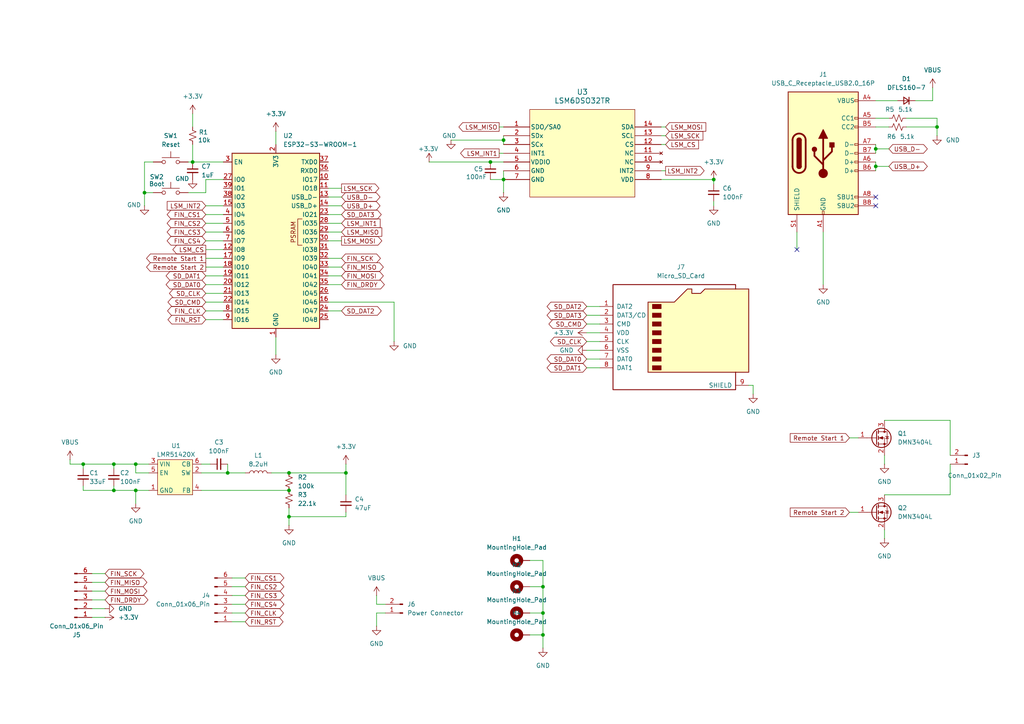
<source format=kicad_sch>
(kicad_sch (version 20250114) (generator "eeschema") (generator_version "9.0")
  (paper "A4")
  (lib_symbols
    (symbol "Connector:Conn_01x02_Pin" (pin_names (offset 1.016) (hide yes))
      (property "Reference" "J" (at 0 2.54 0))
      (property "Value" "Conn_01x02_Pin" (at 0 -5.08 0))
      (symbol "Conn_01x02_Pin_1_1"
        (rectangle (start 0.8636 0.127) (end 0 -0.127) (stroke (width 0.1524)) (fill (type outline)))
        (rectangle (start 0.8636 -2.413) (end 0 -2.667) (stroke (width 0.1524)) (fill (type outline)))
        (polyline (pts (xy 1.27 0) (xy 0.8636 0)) (stroke (width 0.1524)))
        (polyline (pts (xy 1.27 -2.54) (xy 0.8636 -2.54)) (stroke (width 0.1524)))
        (pin passive line (at 5.08 0 180) (length 3.81) (name "Pin_1") (number "1"))
        (pin passive line (at 5.08 -2.54 180) (length 3.81) (name "Pin_2") (number "2"))
      )
    )
    (symbol "Connector:Conn_01x06_Pin" (pin_names (offset 1.016) (hide yes))
      (property "Reference" "J" (at 0 7.62 0))
      (property "Value" "Conn_01x06_Pin" (at 0 -10.16 0))
      (symbol "Conn_01x06_Pin_1_1"
        (rectangle (start 0.8636 5.207) (end 0 4.953) (stroke (width 0.1524)) (fill (type outline)))
        (rectangle (start 0.8636 2.667) (end 0 2.413) (stroke (width 0.1524)) (fill (type outline)))
        (rectangle (start 0.8636 0.127) (end 0 -0.127) (stroke (width 0.1524)) (fill (type outline)))
        (rectangle (start 0.8636 -2.413) (end 0 -2.667) (stroke (width 0.1524)) (fill (type outline)))
        (rectangle (start 0.8636 -4.953) (end 0 -5.207) (stroke (width 0.1524)) (fill (type outline)))
        (rectangle (start 0.8636 -7.493) (end 0 -7.747) (stroke (width 0.1524)) (fill (type outline)))
        (polyline (pts (xy 1.27 5.08) (xy 0.8636 5.08)) (stroke (width 0.1524)))
        (polyline (pts (xy 1.27 2.54) (xy 0.8636 2.54)) (stroke (width 0.1524)))
        (polyline (pts (xy 1.27 0) (xy 0.8636 0)) (stroke (width 0.1524)))
        (polyline (pts (xy 1.27 -2.54) (xy 0.8636 -2.54)) (stroke (width 0.1524)))
        (polyline (pts (xy 1.27 -5.08) (xy 0.8636 -5.08)) (stroke (width 0.1524)))
        (polyline (pts (xy 1.27 -7.62) (xy 0.8636 -7.62)) (stroke (width 0.1524)))
        (pin passive line (at 5.08 5.08 180) (length 3.81) (name "Pin_1") (number "1"))
        (pin passive line (at 5.08 2.54 180) (length 3.81) (name "Pin_2") (number "2"))
        (pin passive line (at 5.08 0 180) (length 3.81) (name "Pin_3") (number "3"))
        (pin passive line (at 5.08 -2.54 180) (length 3.81) (name "Pin_4") (number "4"))
        (pin passive line (at 5.08 -5.08 180) (length 3.81) (name "Pin_5") (number "5"))
        (pin passive line (at 5.08 -7.62 180) (length 3.81) (name "Pin_6") (number "6"))
      )
    )
    (symbol "Connector:Micro_SD_Card" (pin_names (offset 1.016))
      (property "Reference" "J" (at -16.51 15.24 0))
      (property "Value" "Micro_SD_Card" (at 16.51 15.24 0))
      (symbol "Micro_SD_Card_0_1"
        (polyline (pts (xy -8.89 -11.43) (xy -8.89 8.89) (xy -1.27 8.89) (xy 2.54 12.7) (xy 3.81 12.7) (xy 3.81 11.43) (xy 6.35 11.43) (xy 7.62 12.7) (xy 20.32 12.7) (xy 20.32 -11.43) (xy -8.89 -11.43)) (stroke (width 0.254)) (fill (type background)))
        (rectangle (start -7.62 8.255) (end -5.08 6.985) (fill (type outline)))
        (rectangle (start -7.62 5.715) (end -5.08 4.445) (fill (type outline)))
        (rectangle (start -7.62 3.175) (end -5.08 1.905) (fill (type outline)))
        (rectangle (start -7.62 0.635) (end -5.08 -0.635) (fill (type outline)))
        (rectangle (start -7.62 -1.905) (end -5.08 -3.175) (fill (type outline)))
        (rectangle (start -7.62 -4.445) (end -5.08 -5.715) (fill (type outline)))
        (rectangle (start -7.62 -6.985) (end -5.08 -8.255) (fill (type outline)))
        (rectangle (start -7.62 -9.525) (end -5.08 -10.795) (fill (type outline)))
        (polyline (pts (xy 16.51 12.7) (xy 16.51 13.97) (xy -19.05 13.97) (xy -19.05 -16.51) (xy 16.51 -16.51) (xy 16.51 -11.43)) (stroke (width 0.254)))
      )
      (symbol "Micro_SD_Card_1_1"
        (pin bidirectional line (at -22.86 7.62 0) (length 3.81) (name "DAT2") (number "1"))
        (pin bidirectional line (at -22.86 5.08 0) (length 3.81) (name "DAT3/CD") (number "2"))
        (pin input line (at -22.86 2.54 0) (length 3.81) (name "CMD") (number "3"))
        (pin power_in line (at -22.86 0 0) (length 3.81) (name "VDD") (number "4"))
        (pin input line (at -22.86 -2.54 0) (length 3.81) (name "CLK") (number "5"))
        (pin power_in line (at -22.86 -5.08 0) (length 3.81) (name "VSS") (number "6"))
        (pin bidirectional line (at -22.86 -7.62 0) (length 3.81) (name "DAT0") (number "7"))
        (pin bidirectional line (at -22.86 -10.16 0) (length 3.81) (name "DAT1") (number "8"))
        (pin passive line (at 20.32 -15.24 180) (length 3.81) (name "SHIELD") (number "9"))
      )
    )
    (symbol "Connector:USB_C_Receptacle_USB2.0_16P" (pin_names (offset 1.016))
      (property "Reference" "J" (at 0 22.225 0))
      (property "Value" "USB_C_Receptacle_USB2.0_16P" (at 0 19.685 0))
      (symbol "USB_C_Receptacle_USB2.0_16P_0_0"
        (rectangle (start -0.254 -17.78) (end 0.254 -16.764))
        (rectangle (start 10.16 15.494) (end 9.144 14.986))
        (rectangle (start 10.16 10.414) (end 9.144 9.906))
        (rectangle (start 10.16 7.874) (end 9.144 7.366))
        (rectangle (start 10.16 2.794) (end 9.144 2.286))
        (rectangle (start 10.16 0.254) (end 9.144 -0.254))
        (rectangle (start 10.16 -2.286) (end 9.144 -2.794))
        (rectangle (start 10.16 -4.826) (end 9.144 -5.334))
        (rectangle (start 10.16 -12.446) (end 9.144 -12.954))
        (rectangle (start 10.16 -14.986) (end 9.144 -15.494))
      )
      (symbol "USB_C_Receptacle_USB2.0_16P_0_1"
        (rectangle (start -10.16 17.78) (end 10.16 -17.78) (stroke (width 0.254)) (fill (type background)))
        (polyline (pts (xy -8.89 -3.81) (xy -8.89 3.81)) (stroke (width 0.508)))
        (rectangle (start -7.62 -3.81) (end -6.35 3.81) (stroke (width 0.254)) (fill (type outline)))
        (arc (start -7.62 3.81) (mid -6.985 4.4423) (end -6.35 3.81) (stroke (width 0.254)))
        (arc (start -7.62 3.81) (mid -6.985 4.4423) (end -6.35 3.81) (stroke (width 0.254)) (fill (type outline)))
        (arc (start -8.89 3.81) (mid -6.985 5.7067) (end -5.08 3.81) (stroke (width 0.508)))
        (arc (start -5.08 -3.81) (mid -6.985 -5.7067) (end -8.89 -3.81) (stroke (width 0.508)))
        (arc (start -6.35 -3.81) (mid -6.985 -4.4423) (end -7.62 -3.81) (stroke (width 0.254)))
        (arc (start -6.35 -3.81) (mid -6.985 -4.4423) (end -7.62 -3.81) (stroke (width 0.254)) (fill (type outline)))
        (polyline (pts (xy -5.08 3.81) (xy -5.08 -3.81)) (stroke (width 0.508)))
        (circle (center -2.54 1.143) (radius 0.635) (stroke (width 0.254)) (fill (type outline)))
        (polyline (pts (xy -1.27 4.318) (xy 0 6.858) (xy 1.27 4.318) (xy -1.27 4.318)) (stroke (width 0.254)) (fill (type outline)))
        (polyline (pts (xy 0 -2.032) (xy 2.54 0.508) (xy 2.54 1.778)) (stroke (width 0.508)))
        (polyline (pts (xy 0 -3.302) (xy -2.54 -0.762) (xy -2.54 0.508)) (stroke (width 0.508)))
        (polyline (pts (xy 0 -5.842) (xy 0 4.318)) (stroke (width 0.508)))
        (circle (center 0 -5.842) (radius 1.27) (fill (type outline)))
        (rectangle (start 1.905 1.778) (end 3.175 3.048) (stroke (width 0.254)) (fill (type outline)))
      )
      (symbol "USB_C_Receptacle_USB2.0_16P_1_1"
        (pin passive line (at -7.62 -22.86 90) (length 5.08) (name "SHIELD") (number "S1"))
        (pin passive line (at 0 -22.86 90) (length 5.08) (name "GND") (number "A1"))
        (pin passive line (at 0 -22.86 90) (length 5.08) (hide yes) (name "GND") (number "A12"))
        (pin passive line (at 0 -22.86 90) (length 5.08) (hide yes) (name "GND") (number "B1"))
        (pin passive line (at 0 -22.86 90) (length 5.08) (hide yes) (name "GND") (number "B12"))
        (pin passive line (at 15.24 15.24 180) (length 5.08) (name "VBUS") (number "A4"))
        (pin passive line (at 15.24 15.24 180) (length 5.08) (hide yes) (name "VBUS") (number "A9"))
        (pin passive line (at 15.24 15.24 180) (length 5.08) (hide yes) (name "VBUS") (number "B4"))
        (pin passive line (at 15.24 15.24 180) (length 5.08) (hide yes) (name "VBUS") (number "B9"))
        (pin bidirectional line (at 15.24 10.16 180) (length 5.08) (name "CC1") (number "A5"))
        (pin bidirectional line (at 15.24 7.62 180) (length 5.08) (name "CC2") (number "B5"))
        (pin bidirectional line (at 15.24 2.54 180) (length 5.08) (name "D-") (number "A7"))
        (pin bidirectional line (at 15.24 0 180) (length 5.08) (name "D-") (number "B7"))
        (pin bidirectional line (at 15.24 -2.54 180) (length 5.08) (name "D+") (number "A6"))
        (pin bidirectional line (at 15.24 -5.08 180) (length 5.08) (name "D+") (number "B6"))
        (pin bidirectional line (at 15.24 -12.7 180) (length 5.08) (name "SBU1") (number "A8"))
        (pin bidirectional line (at 15.24 -15.24 180) (length 5.08) (name "SBU2") (number "B8"))
      )
    )
    (symbol "Device:C_Small" (pin_numbers (hide yes)) (pin_names (offset 0.254) (hide yes))
      (property "Reference" "C" (at 0.254 1.778 0))
      (property "Value" "C_Small" (at 0.254 -2.032 0))
      (symbol "C_Small_0_1"
        (polyline (pts (xy -1.524 0.508) (xy 1.524 0.508)) (stroke (width 0.3048)))
        (polyline (pts (xy -1.524 -0.508) (xy 1.524 -0.508)) (stroke (width 0.3302)))
      )
      (symbol "C_Small_1_1"
        (pin passive line (at 0 2.54 270) (length 2.032) (name "~") (number "1"))
        (pin passive line (at 0 -2.54 90) (length 2.032) (name "~") (number "2"))
      )
    )
    (symbol "Device:D_Small" (pin_numbers (hide yes)) (pin_names (offset 0.254) (hide yes))
      (property "Reference" "D" (at -1.27 2.032 0))
      (property "Value" "D_Small" (at -3.81 -2.032 0))
      (symbol "D_Small_0_1"
        (polyline (pts (xy -0.762 0) (xy 0.762 0)))
        (polyline (pts (xy -0.762 -1.016) (xy -0.762 1.016)) (stroke (width 0.254)))
        (polyline (pts (xy 0.762 -1.016) (xy -0.762 0) (xy 0.762 1.016) (xy 0.762 -1.016)) (stroke (width 0.254)))
      )
      (symbol "D_Small_1_1"
        (pin passive line (at -2.54 0 0) (length 1.778) (name "K") (number "1"))
        (pin passive line (at 2.54 0 180) (length 1.778) (name "A") (number "2"))
      )
    )
    (symbol "Device:L" (pin_numbers (hide yes)) (pin_names (offset 1.016) (hide yes))
      (property "Reference" "L" (at -1.27 0 90))
      (property "Value" "L" (at 1.905 0 90))
      (symbol "L_0_1"
        (arc (start 0 2.54) (mid 0.6323 1.905) (end 0 1.27))
        (arc (start 0 1.27) (mid 0.6323 0.635) (end 0 0))
        (arc (start 0 0) (mid 0.6323 -0.635) (end 0 -1.27))
        (arc (start 0 -1.27) (mid 0.6323 -1.905) (end 0 -2.54))
      )
      (symbol "L_1_1"
        (pin passive line (at 0 3.81 270) (length 1.27) (name "1") (number "1"))
        (pin passive line (at 0 -3.81 90) (length 1.27) (name "2") (number "2"))
      )
    )
    (symbol "Device:R_Small_US" (pin_numbers (hide yes)) (pin_names (offset 0.254) (hide yes))
      (property "Reference" "R" (at 0.762 0.508 0))
      (property "Value" "R_Small_US" (at 0.762 -1.016 0))
      (symbol "R_Small_US_1_1"
        (polyline (pts (xy 0 1.524) (xy 1.016 1.143) (xy 0 0.762) (xy -1.016 0.381) (xy 0 0)))
        (polyline (pts (xy 0 0) (xy 1.016 -0.381) (xy 0 -0.762) (xy -1.016 -1.143) (xy 0 -1.524)))
        (pin passive line (at 0 2.54 270) (length 1.016) (name "~") (number "1"))
        (pin passive line (at 0 -2.54 90) (length 1.016) (name "~") (number "2"))
      )
    )
    (symbol "Mechanical:MountingHole_Pad" (pin_numbers (hide yes)) (pin_names (offset 1.016) (hide yes)) (in_bom no)
      (property "Reference" "H" (at 0 6.35 0))
      (property "Value" "MountingHole_Pad" (at 0 4.445 0))
      (symbol "MountingHole_Pad_0_1"
        (circle (center 0 1.27) (radius 1.27) (stroke (width 1.27)))
      )
      (symbol "MountingHole_Pad_1_1"
        (pin input line (at 0 -2.54 90) (length 2.54) (name "1") (number "1"))
      )
    )
    (symbol "RF_Module:ESP32-S3-WROOM-1"
      (property "Reference" "U" (at -12.7 26.67 0))
      (property "Value" "ESP32-S3-WROOM-1" (at 12.7 26.67 0))
      (symbol "ESP32-S3-WROOM-1_0_0"
        (rectangle (start -12.7 25.4) (end 12.7 -25.4) (stroke (width 0.254)) (fill (type background)))
        (text "PSRAM" (at 5.08 2.54 900) (effects (font (size 1.27 1.27))))
      )
      (symbol "ESP32-S3-WROOM-1_0_1"
        (polyline (pts (xy 7.62 -1.27) (xy 6.35 -1.27) (xy 6.35 6.35) (xy 7.62 6.35)))
      )
      (symbol "ESP32-S3-WROOM-1_1_1"
        (pin input line (at -15.24 22.86 0) (length 2.54) (name "EN") (number "3"))
        (pin bidirectional line (at -15.24 17.78 0) (length 2.54) (name "IO0") (number "27"))
        (pin bidirectional line (at -15.24 15.24 0) (length 2.54) (name "IO1") (number "39"))
        (pin bidirectional line (at -15.24 12.7 0) (length 2.54) (name "IO2") (number "38"))
        (pin bidirectional line (at -15.24 10.16 0) (length 2.54) (name "IO3") (number "15"))
        (pin bidirectional line (at -15.24 7.62 0) (length 2.54) (name "IO4") (number "4"))
        (pin bidirectional line (at -15.24 5.08 0) (length 2.54) (name "IO5") (number "5"))
        (pin bidirectional line (at -15.24 2.54 0) (length 2.54) (name "IO6") (number "6"))
        (pin bidirectional line (at -15.24 0 0) (length 2.54) (name "IO7") (number "7"))
        (pin bidirectional line (at -15.24 -2.54 0) (length 2.54) (name "IO8") (number "12"))
        (pin bidirectional line (at -15.24 -5.08 0) (length 2.54) (name "IO9") (number "17"))
        (pin bidirectional line (at -15.24 -7.62 0) (length 2.54) (name "IO10") (number "18"))
        (pin bidirectional line (at -15.24 -10.16 0) (length 2.54) (name "IO11") (number "19"))
        (pin bidirectional line (at -15.24 -12.7 0) (length 2.54) (name "IO12") (number "20"))
        (pin bidirectional line (at -15.24 -15.24 0) (length 2.54) (name "IO13") (number "21"))
        (pin bidirectional line (at -15.24 -17.78 0) (length 2.54) (name "IO14") (number "22"))
        (pin bidirectional line (at -15.24 -20.32 0) (length 2.54) (name "IO15") (number "8"))
        (pin bidirectional line (at -15.24 -22.86 0) (length 2.54) (name "IO16") (number "9"))
        (pin power_in line (at 0 27.94 270) (length 2.54) (name "3V3") (number "2"))
        (pin power_in line (at 0 -27.94 90) (length 2.54) (name "GND") (number "1"))
        (pin passive line (at 0 -27.94 90) (length 2.54) (hide yes) (name "GND") (number "40"))
        (pin passive line (at 0 -27.94 90) (length 2.54) (hide yes) (name "GND") (number "41"))
        (pin bidirectional line (at 15.24 22.86 180) (length 2.54) (name "TXD0") (number "37"))
        (pin bidirectional line (at 15.24 20.32 180) (length 2.54) (name "RXD0") (number "36"))
        (pin bidirectional line (at 15.24 17.78 180) (length 2.54) (name "IO17") (number "10"))
        (pin bidirectional line (at 15.24 15.24 180) (length 2.54) (name "IO18") (number "11"))
        (pin bidirectional line (at 15.24 12.7 180) (length 2.54) (name "USB_D-") (number "13"))
        (pin bidirectional line (at 15.24 10.16 180) (length 2.54) (name "USB_D+") (number "14"))
        (pin bidirectional line (at 15.24 7.62 180) (length 2.54) (name "IO21") (number "23"))
        (pin bidirectional line (at 15.24 5.08 180) (length 2.54) (name "IO35") (number "28"))
        (pin bidirectional line (at 15.24 2.54 180) (length 2.54) (name "IO36") (number "29"))
        (pin bidirectional line (at 15.24 0 180) (length 2.54) (name "IO37") (number "30"))
        (pin bidirectional line (at 15.24 -2.54 180) (length 2.54) (name "IO38") (number "31"))
        (pin bidirectional line (at 15.24 -5.08 180) (length 2.54) (name "IO39") (number "32"))
        (pin bidirectional line (at 15.24 -7.62 180) (length 2.54) (name "IO40") (number "33"))
        (pin bidirectional line (at 15.24 -10.16 180) (length 2.54) (name "IO41") (number "34"))
        (pin bidirectional line (at 15.24 -12.7 180) (length 2.54) (name "IO42") (number "35"))
        (pin bidirectional line (at 15.24 -15.24 180) (length 2.54) (name "IO45") (number "26"))
        (pin bidirectional line (at 15.24 -17.78 180) (length 2.54) (name "IO46") (number "16"))
        (pin bidirectional line (at 15.24 -20.32 180) (length 2.54) (name "IO47") (number "24"))
        (pin bidirectional line (at 15.24 -22.86 180) (length 2.54) (name "IO48") (number "25"))
      )
    )
    (symbol "Switch:SW_Push" (pin_numbers (hide yes)) (pin_names (offset 1.016) (hide yes))
      (property "Reference" "SW" (at 1.27 2.54 0))
      (property "Value" "SW_Push" (at 0 -1.524 0))
      (symbol "SW_Push_0_1"
        (circle (center -2.032 0) (radius 0.508))
        (polyline (pts (xy 0 1.27) (xy 0 3.048)))
        (circle (center 2.032 0) (radius 0.508))
        (polyline (pts (xy 2.54 1.27) (xy -2.54 1.27)))
        (pin passive line (at -5.08 0 0) (length 2.54) (name "1") (number "1"))
        (pin passive line (at 5.08 0 180) (length 2.54) (name "2") (number "2"))
      )
    )
    (symbol "Transistor_FET:DMN3404L" (pin_names (hide yes))
      (property "Reference" "Q" (at 5.08 1.905 0))
      (property "Value" "DMN3404L" (at 5.08 0 0))
      (symbol "DMN3404L_0_1"
        (polyline (pts (xy 0.254 1.905) (xy 0.254 -1.905)) (stroke (width 0.254)))
        (polyline (pts (xy 0.254 0) (xy -2.54 0)))
        (polyline (pts (xy 0.762 2.286) (xy 0.762 1.27)) (stroke (width 0.254)))
        (polyline (pts (xy 0.762 0.508) (xy 0.762 -0.508)) (stroke (width 0.254)))
        (polyline (pts (xy 0.762 -1.27) (xy 0.762 -2.286)) (stroke (width 0.254)))
        (polyline (pts (xy 0.762 -1.778) (xy 3.302 -1.778) (xy 3.302 1.778) (xy 0.762 1.778)))
        (polyline (pts (xy 1.016 0) (xy 2.032 0.381) (xy 2.032 -0.381) (xy 1.016 0)) (fill (type outline)))
        (circle (center 1.651 0) (radius 2.794) (stroke (width 0.254)))
        (polyline (pts (xy 2.54 2.54) (xy 2.54 1.778)))
        (circle (center 2.54 1.778) (radius 0.254) (fill (type outline)))
        (circle (center 2.54 -1.778) (radius 0.254) (fill (type outline)))
        (polyline (pts (xy 2.54 -2.54) (xy 2.54 0) (xy 0.762 0)))
        (polyline (pts (xy 2.794 0.508) (xy 2.921 0.381) (xy 3.683 0.381) (xy 3.81 0.254)))
        (polyline (pts (xy 3.302 0.381) (xy 2.921 -0.254) (xy 3.683 -0.254) (xy 3.302 0.381)))
      )
      (symbol "DMN3404L_1_1"
        (pin input line (at -5.08 0 0) (length 2.54) (name "G") (number "1"))
        (pin passive line (at 2.54 5.08 270) (length 2.54) (name "D") (number "3"))
        (pin passive line (at 2.54 -5.08 90) (length 2.54) (name "S") (number "2"))
      )
    )
    (symbol "flight-computer:LMR51420X"
      (property "Reference" "U" (at 0 0 0))
      (property "Value" "LMR51420X" (at 0 0 0))
      (symbol "LMR51420X_0_0"
        (pin unspecified line (at 11.43 12.7 0) (length 2.54) (name "VIN") (number "3"))
        (pin unspecified line (at 11.43 10.16 0) (length 2.54) (name "EN") (number "5"))
        (pin unspecified line (at 11.43 5.08 0) (length 2.54) (name "GND") (number "1"))
        (pin unspecified line (at 26.67 12.7 180) (length 2.54) (name "CB") (number "6"))
        (pin unspecified line (at 26.67 10.16 180) (length 2.54) (name "SW") (number "2"))
        (pin unspecified line (at 26.67 5.08 180) (length 2.54) (name "FB") (number "4"))
      )
      (symbol "LMR51420X_1_1"
        (rectangle (start 13.97 13.97) (end 24.13 3.81) (fill (type background)))
      )
    )
    (symbol "flight-computer:LSM6DSO32TR" (pin_names (offset 0.254))
      (property "Reference" "U" (at 22.86 10.16 0))
      (property "Value" "LSM6DSO32TR" (at 22.86 7.62 0))
      (symbol "LSM6DSO32TR_0_1"
        (pin bidirectional line (at 0 0 0) (length 7.62) (name "SDO/SA0") (number "1"))
        (pin unspecified line (at 0 -2.54 0) (length 7.62) (name "SDx") (number "2"))
        (pin unspecified line (at 0 -5.08 0) (length 7.62) (name "SCx") (number "3"))
        (pin output line (at 0 -7.62 0) (length 7.62) (name "INT1") (number "4"))
        (pin power_in line (at 0 -10.16 0) (length 7.62) (name "VDDIO") (number "5"))
        (pin power_out line (at 0 -12.7 0) (length 7.62) (name "GND") (number "6"))
        (pin power_out line (at 0 -15.24 0) (length 7.62) (name "GND") (number "7"))
        (pin bidirectional line (at 45.72 0 180) (length 7.62) (name "SDA") (number "14"))
        (pin input line (at 45.72 -2.54 180) (length 7.62) (name "SCL") (number "13"))
        (pin input line (at 45.72 -5.08 180) (length 7.62) (name "CS") (number "12"))
        (pin no_connect line (at 45.72 -7.62 180) (length 7.62) (name "NC") (number "11"))
        (pin no_connect line (at 45.72 -10.16 180) (length 7.62) (name "NC") (number "10"))
        (pin output line (at 45.72 -12.7 180) (length 7.62) (name "INT2") (number "9"))
        (pin power_in line (at 45.72 -15.24 180) (length 7.62) (name "VDD") (number "8"))
      )
      (symbol "LSM6DSO32TR_1_1"
        (rectangle (start 7.62 5.08) (end 38.1 -20.32) (fill (type background)))
      )
    )
    (symbol "power:+3.3V" (power) (pin_numbers (hide yes)) (pin_names (offset 0) (hide yes))
      (property "Value" "+3.3V" (at 0 3.556 0))
      (symbol "+3.3V_0_1"
        (polyline (pts (xy -0.762 1.27) (xy 0 2.54)))
        (polyline (pts (xy 0 2.54) (xy 0.762 1.27)))
        (polyline (pts (xy 0 0) (xy 0 2.54)))
      )
      (symbol "+3.3V_1_1"
        (pin power_in line (at 0 0 90) (length 0) (name "~") (number "1"))
      )
    )
    (symbol "power:GND" (power) (pin_numbers (hide yes)) (pin_names (offset 0) (hide yes))
      (property "Value" "GND" (at 0 -3.81 0))
      (symbol "GND_0_1"
        (polyline (pts (xy 0 0) (xy 0 -1.27) (xy 1.27 -1.27) (xy 0 -2.54) (xy -1.27 -1.27) (xy 0 -1.27)))
      )
      (symbol "GND_1_1"
        (pin power_in line (at 0 0 270) (length 0) (name "~") (number "1"))
      )
    )
    (symbol "power:VBUS" (power) (pin_numbers (hide yes)) (pin_names (offset 0) (hide yes))
      (property "Value" "VBUS" (at 0 3.556 0))
      (symbol "VBUS_0_1"
        (polyline (pts (xy -0.762 1.27) (xy 0 2.54)))
        (polyline (pts (xy 0 2.54) (xy 0.762 1.27)))
        (polyline (pts (xy 0 0) (xy 0 2.54)))
      )
      (symbol "VBUS_1_1"
        (pin power_in line (at 0 0 90) (length 0) (name "~") (number "1"))
      )
    )
  )
  (junction (at 157.48 177.8))
  (junction (at 157.48 170.18))
  (junction (at 33.02 134.62))
  (junction (at 55.88 46.99))
  (junction (at 254 43.18))
  (junction (at 33.02 142.24))
  (junction (at 142.24 46.99))
  (junction (at 41.91 55.88))
  (junction (at 39.37 134.62))
  (junction (at 83.82 149.86))
  (junction (at 157.48 184.15))
  (junction (at 83.82 142.24))
  (junction (at 207.01 52.07))
  (junction (at 83.82 137.16))
  (junction (at 39.37 142.24))
  (junction (at 146.05 52.07))
  (junction (at 254 48.26))
  (junction (at 100.33 137.16))
  (junction (at 24.13 134.62))
  (junction (at 146.05 40.64))
  (junction (at 271.78 36.83))
  (junction (at 66.04 137.16))
  (no_connect (at 254 57.15))
  (no_connect (at 254 59.69))
  (no_connect (at 231.14 72.39))
  (wire (pts (xy 59.69 90.17) (xy 64.77 90.17)))
  (wire (pts (xy 191.77 41.91) (xy 193.04 41.91)))
  (wire (pts (xy 59.69 77.47) (xy 64.77 77.47)))
  (wire (pts (xy 157.48 162.56) (xy 153.67 162.56)))
  (wire (pts (xy 24.13 134.62) (xy 24.13 135.89)))
  (wire (pts (xy 95.25 62.23) (xy 99.06 62.23)))
  (wire (pts (xy 157.48 187.96) (xy 157.48 184.15)))
  (wire (pts (xy 191.77 49.53) (xy 193.04 49.53)))
  (wire (pts (xy 95.25 80.01) (xy 99.06 80.01)))
  (wire (pts (xy 170.18 88.9) (xy 173.99 88.9)))
  (wire (pts (xy 80.01 97.79) (xy 80.01 102.87)))
  (wire (pts (xy 95.25 90.17) (xy 99.06 90.17)))
  (wire (pts (xy 59.69 92.71) (xy 64.77 92.71)))
  (wire (pts (xy 271.78 34.29) (xy 271.78 36.83)))
  (wire (pts (xy 254 48.26) (xy 254 49.53)))
  (wire (pts (xy 67.31 177.8) (xy 71.12 177.8)))
  (wire (pts (xy 100.33 148.59) (xy 100.33 149.86)))
  (wire (pts (xy 59.69 62.23) (xy 64.77 62.23)))
  (wire (pts (xy 238.76 67.31) (xy 238.76 82.55)))
  (wire (pts (xy 59.69 80.01) (xy 64.77 80.01)))
  (wire (pts (xy 170.18 96.52) (xy 173.99 96.52)))
  (wire (pts (xy 256.54 121.92) (xy 275.59 121.92)))
  (wire (pts (xy 95.25 57.15) (xy 99.06 57.15)))
  (wire (pts (xy 59.69 85.09) (xy 64.77 85.09)))
  (wire (pts (xy 254 41.91) (xy 254 43.18)))
  (wire (pts (xy 191.77 52.07) (xy 207.01 52.07)))
  (wire (pts (xy 218.44 111.76) (xy 217.17 111.76)))
  (wire (pts (xy 170.18 106.68) (xy 173.99 106.68)))
  (wire (pts (xy 39.37 146.05) (xy 39.37 142.24)))
  (wire (pts (xy 207.01 58.42) (xy 207.01 59.69)))
  (wire (pts (xy 95.25 54.61) (xy 99.06 54.61)))
  (wire (pts (xy 95.25 67.31) (xy 99.06 67.31)))
  (wire (pts (xy 170.18 104.14) (xy 173.99 104.14)))
  (wire (pts (xy 271.78 36.83) (xy 271.78 39.37)))
  (wire (pts (xy 59.69 52.07) (xy 64.77 52.07)))
  (wire (pts (xy 67.31 167.64) (xy 71.12 167.64)))
  (wire (pts (xy 109.22 181.61) (xy 109.22 177.8)))
  (wire (pts (xy 41.91 46.99) (xy 44.45 46.99)))
  (wire (pts (xy 24.13 134.62) (xy 33.02 134.62)))
  (wire (pts (xy 55.88 41.91) (xy 55.88 46.99)))
  (wire (pts (xy 246.38 127) (xy 248.92 127)))
  (wire (pts (xy 191.77 39.37) (xy 193.04 39.37)))
  (wire (pts (xy 262.89 36.83) (xy 271.78 36.83)))
  (wire (pts (xy 254 48.26) (xy 257.81 48.26)))
  (wire (pts (xy 58.42 142.24) (xy 83.82 142.24)))
  (wire (pts (xy 26.67 166.37) (xy 30.48 166.37)))
  (wire (pts (xy 146.05 40.64) (xy 146.05 41.91)))
  (wire (pts (xy 265.43 29.21) (xy 270.51 29.21)))
  (wire (pts (xy 254 34.29) (xy 257.81 34.29)))
  (wire (pts (xy 54.61 46.99) (xy 55.88 46.99)))
  (wire (pts (xy 20.32 134.62) (xy 20.32 133.35)))
  (wire (pts (xy 191.77 36.83) (xy 193.04 36.83)))
  (wire (pts (xy 83.82 149.86) (xy 83.82 152.4)))
  (wire (pts (xy 67.31 180.34) (xy 71.12 180.34)))
  (wire (pts (xy 83.82 137.16) (xy 100.33 137.16)))
  (wire (pts (xy 59.69 72.39) (xy 64.77 72.39)))
  (wire (pts (xy 55.88 46.99) (xy 64.77 46.99)))
  (wire (pts (xy 170.18 101.6) (xy 173.99 101.6)))
  (wire (pts (xy 153.67 170.18) (xy 157.48 170.18)))
  (wire (pts (xy 146.05 49.53) (xy 146.05 52.07)))
  (wire (pts (xy 275.59 121.92) (xy 275.59 132.08)))
  (wire (pts (xy 78.74 137.16) (xy 83.82 137.16)))
  (wire (pts (xy 146.05 39.37) (xy 146.05 40.64)))
  (wire (pts (xy 59.69 59.69) (xy 64.77 59.69)))
  (wire (pts (xy 231.14 67.31) (xy 231.14 72.39)))
  (wire (pts (xy 114.3 87.63) (xy 95.25 87.63)))
  (wire (pts (xy 153.67 177.8) (xy 157.48 177.8)))
  (wire (pts (xy 157.48 184.15) (xy 157.48 177.8)))
  (wire (pts (xy 33.02 134.62) (xy 33.02 135.89)))
  (wire (pts (xy 33.02 140.97) (xy 33.02 142.24)))
  (wire (pts (xy 26.67 171.45) (xy 30.48 171.45)))
  (wire (pts (xy 170.18 99.06) (xy 173.99 99.06)))
  (wire (pts (xy 254 46.99) (xy 254 48.26)))
  (wire (pts (xy 24.13 142.24) (xy 33.02 142.24)))
  (wire (pts (xy 95.25 74.93) (xy 99.06 74.93)))
  (wire (pts (xy 41.91 55.88) (xy 41.91 59.69)))
  (wire (pts (xy 146.05 52.07) (xy 146.05 55.88)))
  (wire (pts (xy 58.42 134.62) (xy 60.96 134.62)))
  (wire (pts (xy 207.01 52.07) (xy 207.01 53.34)))
  (wire (pts (xy 246.38 148.59) (xy 248.92 148.59)))
  (wire (pts (xy 254 29.21) (xy 260.35 29.21)))
  (wire (pts (xy 254 36.83) (xy 257.81 36.83)))
  (wire (pts (xy 100.33 149.86) (xy 83.82 149.86)))
  (wire (pts (xy 26.67 179.07) (xy 30.48 179.07)))
  (wire (pts (xy 66.04 137.16) (xy 71.12 137.16)))
  (wire (pts (xy 54.61 55.88) (xy 59.69 55.88)))
  (wire (pts (xy 142.24 52.07) (xy 146.05 52.07)))
  (wire (pts (xy 41.91 55.88) (xy 44.45 55.88)))
  (wire (pts (xy 157.48 177.8) (xy 157.48 170.18)))
  (wire (pts (xy 142.24 46.99) (xy 146.05 46.99)))
  (wire (pts (xy 59.69 87.63) (xy 64.77 87.63)))
  (wire (pts (xy 41.91 46.99) (xy 41.91 55.88)))
  (wire (pts (xy 59.69 74.93) (xy 64.77 74.93)))
  (wire (pts (xy 43.18 137.16) (xy 39.37 137.16)))
  (wire (pts (xy 275.59 143.51) (xy 275.59 134.62)))
  (wire (pts (xy 58.42 137.16) (xy 66.04 137.16)))
  (wire (pts (xy 109.22 177.8) (xy 111.76 177.8)))
  (wire (pts (xy 67.31 175.26) (xy 71.12 175.26)))
  (wire (pts (xy 262.89 34.29) (xy 271.78 34.29)))
  (wire (pts (xy 254 43.18) (xy 254 44.45)))
  (wire (pts (xy 144.78 44.45) (xy 146.05 44.45)))
  (wire (pts (xy 130.81 40.64) (xy 146.05 40.64)))
  (wire (pts (xy 59.69 82.55) (xy 64.77 82.55)))
  (wire (pts (xy 157.48 170.18) (xy 157.48 162.56)))
  (wire (pts (xy 39.37 134.62) (xy 43.18 134.62)))
  (wire (pts (xy 67.31 170.18) (xy 71.12 170.18)))
  (wire (pts (xy 256.54 132.08) (xy 256.54 134.62)))
  (wire (pts (xy 20.32 134.62) (xy 24.13 134.62)))
  (wire (pts (xy 256.54 153.67) (xy 256.54 156.21)))
  (wire (pts (xy 114.3 99.06) (xy 114.3 87.63)))
  (wire (pts (xy 170.18 91.44) (xy 173.99 91.44)))
  (wire (pts (xy 95.25 77.47) (xy 99.06 77.47)))
  (wire (pts (xy 95.25 82.55) (xy 99.06 82.55)))
  (wire (pts (xy 59.69 69.85) (xy 64.77 69.85)))
  (wire (pts (xy 83.82 147.32) (xy 83.82 149.86)))
  (wire (pts (xy 144.78 36.83) (xy 146.05 36.83)))
  (wire (pts (xy 100.33 134.62) (xy 100.33 137.16)))
  (wire (pts (xy 109.22 175.26) (xy 111.76 175.26)))
  (wire (pts (xy 59.69 67.31) (xy 64.77 67.31)))
  (wire (pts (xy 39.37 142.24) (xy 43.18 142.24)))
  (wire (pts (xy 39.37 137.16) (xy 39.37 134.62)))
  (wire (pts (xy 55.88 33.02) (xy 55.88 36.83)))
  (wire (pts (xy 59.69 64.77) (xy 64.77 64.77)))
  (wire (pts (xy 218.44 114.3) (xy 218.44 111.76)))
  (wire (pts (xy 254 43.18) (xy 257.81 43.18)))
  (wire (pts (xy 153.67 184.15) (xy 157.48 184.15)))
  (wire (pts (xy 26.67 168.91) (xy 30.48 168.91)))
  (wire (pts (xy 24.13 140.97) (xy 24.13 142.24)))
  (wire (pts (xy 59.69 55.88) (xy 59.69 52.07)))
  (wire (pts (xy 26.67 173.99) (xy 30.48 173.99)))
  (wire (pts (xy 95.25 64.77) (xy 99.06 64.77)))
  (wire (pts (xy 170.18 93.98) (xy 173.99 93.98)))
  (wire (pts (xy 33.02 134.62) (xy 39.37 134.62)))
  (wire (pts (xy 33.02 142.24) (xy 39.37 142.24)))
  (wire (pts (xy 95.25 69.85) (xy 99.06 69.85)))
  (wire (pts (xy 124.46 46.99) (xy 142.24 46.99)))
  (wire (pts (xy 100.33 137.16) (xy 100.33 143.51)))
  (wire (pts (xy 270.51 29.21) (xy 270.51 25.4)))
  (wire (pts (xy 80.01 38.1) (xy 80.01 41.91)))
  (wire (pts (xy 109.22 172.72) (xy 109.22 175.26)))
  (wire (pts (xy 26.67 176.53) (xy 30.48 176.53)))
  (wire (pts (xy 66.04 137.16) (xy 66.04 134.62)))
  (wire (pts (xy 67.31 172.72) (xy 71.12 172.72)))
  (wire (pts (xy 256.54 143.51) (xy 275.59 143.51)))
  (wire (pts (xy 95.25 59.69) (xy 99.06 59.69)))
  (global_label "SD_CMD" (shape bidirectional) (at 170.18 93.98 180) (property "Intersheetrefs" "${INTERSHEET_REFS}" (effects (hide yes))))
  (global_label "FIN_DRDY" (shape bidirectional) (at 99.06 82.55 0) (property "Intersheetrefs" "${INTERSHEET_REFS}" (effects (hide yes))))
  (global_label "FIN_CS2" (shape bidirectional) (at 71.12 170.18 0) (property "Intersheetrefs" "${INTERSHEET_REFS}" (effects (hide yes))))
  (global_label "LSM_INT2" (shape input) (at 59.69 59.69 180) (property "Intersheetrefs" "${INTERSHEET_REFS}" (effects (hide yes))))
  (global_label "FIN_CS4" (shape bidirectional) (at 71.12 175.26 0) (property "Intersheetrefs" "${INTERSHEET_REFS}" (effects (hide yes))))
  (global_label "Remote Start 2" (shape input) (at 246.38 148.59 180) (property "Intersheetrefs" "${INTERSHEET_REFS}" (effects (hide yes))))
  (global_label "FIN_CLK" (shape bidirectional) (at 71.12 177.8 0) (property "Intersheetrefs" "${INTERSHEET_REFS}" (effects (hide yes))))
  (global_label "FIN_CS3" (shape bidirectional) (at 59.69 67.31 180) (property "Intersheetrefs" "${INTERSHEET_REFS}" (effects (hide yes))))
  (global_label "LSM_CS" (shape input) (at 193.04 41.91 0) (property "Intersheetrefs" "${INTERSHEET_REFS}" (effects (hide yes))))
  (global_label "LSM_SCK" (shape input) (at 193.04 39.37 0) (property "Intersheetrefs" "${INTERSHEET_REFS}" (effects (hide yes))))
  (global_label "USB_D-" (shape bidirectional) (at 257.81 43.18 0) (property "Intersheetrefs" "${INTERSHEET_REFS}" (effects (hide yes))))
  (global_label "SD_DAT1" (shape bidirectional) (at 59.69 80.01 180) (property "Intersheetrefs" "${INTERSHEET_REFS}" (effects (hide yes))))
  (global_label "FIN_CS1" (shape bidirectional) (at 71.12 167.64 0) (property "Intersheetrefs" "${INTERSHEET_REFS}" (effects (hide yes))))
  (global_label "FIN_MISO" (shape bidirectional) (at 30.48 168.91 0) (property "Intersheetrefs" "${INTERSHEET_REFS}" (effects (hide yes))))
  (global_label "FIN_CS3" (shape bidirectional) (at 71.12 172.72 0) (property "Intersheetrefs" "${INTERSHEET_REFS}" (effects (hide yes))))
  (global_label "FIN_SCK" (shape bidirectional) (at 30.48 166.37 0) (property "Intersheetrefs" "${INTERSHEET_REFS}" (effects (hide yes))))
  (global_label "SD_DAT0" (shape bidirectional) (at 170.18 104.14 180) (property "Intersheetrefs" "${INTERSHEET_REFS}" (effects (hide yes))))
  (global_label "FIN_CS4" (shape bidirectional) (at 59.69 69.85 180) (property "Intersheetrefs" "${INTERSHEET_REFS}" (effects (hide yes))))
  (global_label "SD_DAT2" (shape bidirectional) (at 170.18 88.9 180) (property "Intersheetrefs" "${INTERSHEET_REFS}" (effects (hide yes))))
  (global_label "LSM_MOSI" (shape output) (at 99.06 69.85 0) (property "Intersheetrefs" "${INTERSHEET_REFS}" (effects (hide yes))))
  (global_label "USB_D+" (shape bidirectional) (at 99.06 59.69 0) (property "Intersheetrefs" "${INTERSHEET_REFS}" (effects (hide yes))))
  (global_label "FIN_RST" (shape bidirectional) (at 71.12 180.34 0) (property "Intersheetrefs" "${INTERSHEET_REFS}" (effects (hide yes))))
  (global_label "SD_DAT0" (shape bidirectional) (at 59.69 82.55 180) (property "Intersheetrefs" "${INTERSHEET_REFS}" (effects (hide yes))))
  (global_label "LSM_INT1" (shape input) (at 99.06 64.77 0) (property "Intersheetrefs" "${INTERSHEET_REFS}" (effects (hide yes))))
  (global_label "FIN_SCK" (shape bidirectional) (at 99.06 74.93 0) (property "Intersheetrefs" "${INTERSHEET_REFS}" (effects (hide yes))))
  (global_label "LSM_MISO" (shape input) (at 99.06 67.31 0) (property "Intersheetrefs" "${INTERSHEET_REFS}" (effects (hide yes))))
  (global_label "SD_CLK" (shape bidirectional) (at 170.18 99.06 180) (property "Intersheetrefs" "${INTERSHEET_REFS}" (effects (hide yes))))
  (global_label "SD_DAT3" (shape bidirectional) (at 99.06 62.23 0) (property "Intersheetrefs" "${INTERSHEET_REFS}" (effects (hide yes))))
  (global_label "Remote Start 1" (shape input) (at 246.38 127 180) (property "Intersheetrefs" "${INTERSHEET_REFS}" (effects (hide yes))))
  (global_label "Remote Start 2" (shape output) (at 59.69 77.47 180) (property "Intersheetrefs" "${INTERSHEET_REFS}" (effects (hide yes))))
  (global_label "LSM_CS" (shape output) (at 59.69 72.39 180) (property "Intersheetrefs" "${INTERSHEET_REFS}" (effects (hide yes))))
  (global_label "SD_CMD" (shape bidirectional) (at 59.69 87.63 180) (property "Intersheetrefs" "${INTERSHEET_REFS}" (effects (hide yes))))
  (global_label "SD_DAT1" (shape bidirectional) (at 170.18 106.68 180) (property "Intersheetrefs" "${INTERSHEET_REFS}" (effects (hide yes))))
  (global_label "LSM_SCK" (shape output) (at 99.06 54.61 0) (property "Intersheetrefs" "${INTERSHEET_REFS}" (effects (hide yes))))
  (global_label "SD_DAT2" (shape bidirectional) (at 99.06 90.17 0) (property "Intersheetrefs" "${INTERSHEET_REFS}" (effects (hide yes))))
  (global_label "LSM_INT2" (shape output) (at 193.04 49.53 0) (property "Intersheetrefs" "${INTERSHEET_REFS}" (effects (hide yes))))
  (global_label "USB_D-" (shape bidirectional) (at 99.06 57.15 0) (property "Intersheetrefs" "${INTERSHEET_REFS}" (effects (hide yes))))
  (global_label "LSM_MOSI" (shape input) (at 193.04 36.83 0) (property "Intersheetrefs" "${INTERSHEET_REFS}" (effects (hide yes))))
  (global_label "SD_CLK" (shape bidirectional) (at 59.69 85.09 180) (property "Intersheetrefs" "${INTERSHEET_REFS}" (effects (hide yes))))
  (global_label "LSM_INT1" (shape output) (at 144.78 44.45 180) (property "Intersheetrefs" "${INTERSHEET_REFS}" (effects (hide yes))))
  (global_label "FIN_CLK" (shape bidirectional) (at 59.69 90.17 180) (property "Intersheetrefs" "${INTERSHEET_REFS}" (effects (hide yes))))
  (global_label "FIN_DRDY" (shape bidirectional) (at 30.48 173.99 0) (property "Intersheetrefs" "${INTERSHEET_REFS}" (effects (hide yes))))
  (global_label "FIN_MOSI" (shape bidirectional) (at 30.48 171.45 0) (property "Intersheetrefs" "${INTERSHEET_REFS}" (effects (hide yes))))
  (global_label "SD_DAT3" (shape bidirectional) (at 170.18 91.44 180) (property "Intersheetrefs" "${INTERSHEET_REFS}" (effects (hide yes))))
  (global_label "FIN_MOSI" (shape bidirectional) (at 99.06 80.01 0) (property "Intersheetrefs" "${INTERSHEET_REFS}" (effects (hide yes))))
  (global_label "FIN_CS1" (shape bidirectional) (at 59.69 62.23 180) (property "Intersheetrefs" "${INTERSHEET_REFS}" (effects (hide yes))))
  (global_label "FIN_CS2" (shape bidirectional) (at 59.69 64.77 180) (property "Intersheetrefs" "${INTERSHEET_REFS}" (effects (hide yes))))
  (global_label "FIN_MISO" (shape bidirectional) (at 99.06 77.47 0) (property "Intersheetrefs" "${INTERSHEET_REFS}" (effects (hide yes))))
  (global_label "FIN_RST" (shape bidirectional) (at 59.69 92.71 180) (property "Intersheetrefs" "${INTERSHEET_REFS}" (effects (hide yes))))
  (global_label "USB_D+" (shape bidirectional) (at 257.81 48.26 0) (property "Intersheetrefs" "${INTERSHEET_REFS}" (effects (hide yes))))
  (global_label "Remote Start 1" (shape output) (at 59.69 74.93 180) (property "Intersheetrefs" "${INTERSHEET_REFS}" (effects (hide yes))))
  (global_label "LSM_MISO" (shape output) (at 144.78 36.83 180) (property "Intersheetrefs" "${INTERSHEET_REFS}" (effects (hide yes))))
  (symbol (lib_id "flight-computer:LMR51420X") (at 31.75 147.32 0) (unit 1)
    (property "Reference" "U1" (at 51.054 129.286 0))
    (property "Value" "LMR51420X" (at 51.054 131.826 0))
    (property "Footprint" "Package_TO_SOT_SMD:SOT-23-6" (effects (hide yes)))
    (property "Datasheet" "https://www.ti.com/lit/ds/symlink/lmr51420.pdf" (effects (hide yes)))
  )
  (symbol (lib_id "power:GND") (at 170.18 101.6 270) (unit 1)
    (property "Reference" "#PWR028" (effects (hide yes)))
    (property "Value" "GND" (at 166.37 101.5999 90) (effects (justify right)))
    (property "Description" "Power symbol creates a global label with name \"GND\" , ground" (effects (hide yes)))
  )
  (symbol (lib_id "Connector:Conn_01x06_Pin") (at 62.23 175.26 0) (mirror x) (unit 1)
    (property "Reference" "J4" (at 60.96 172.7199 0) (effects (justify right)))
    (property "Value" "Conn_01x06_Pin" (at 60.96 175.2599 0) (effects (justify right)))
    (property "Footprint" "Connector_JST:JST_ZH_S6B-ZR-SM4A-TF_1x06-1MP_P1.50mm_Horizontal" (effects (hide yes)))
    (property "Description" "Generic connector, single row, 01x06, script generated" (effects (hide yes)))
  )
  (symbol (lib_id "Transistor_FET:DMN3404L") (at 254 127 0) (unit 1)
    (property "Reference" "Q1" (at 260.35 125.7299 0) (effects (justify left)))
    (property "Value" "DMN3404L" (at 260.35 128.2699 0) (effects (justify left)))
    (property "Footprint" "Package_TO_SOT_SMD:SOT-23" (effects (hide yes)))
    (property "Datasheet" "http://www.diodes.com/assets/Datasheets/ds31787.pdf" (effects (hide yes)))
    (property "Description" "5.8A Id, 30V Vds, N-Channel MOSFET, SOT-23" (effects (hide yes)))
  )
  (symbol (lib_id "power:GND") (at 39.37 146.05 0) (unit 1)
    (property "Reference" "#PWR02" (effects (hide yes)))
    (property "Value" "GND" (at 39.37 151.13 0))
    (property "Description" "Power symbol creates a global label with name \"GND\" , ground" (effects (hide yes)))
  )
  (symbol (lib_id "power:GND") (at 55.88 52.07 0) (unit 1)
    (property "Reference" "#PWR015" (effects (hide yes)))
    (property "Value" "GND" (at 50.8 51.816 0) (effects (justify left)))
    (property "Description" "Power symbol creates a global label with name \"GND\" , ground" (effects (hide yes)))
  )
  (symbol (lib_id "Device:C_Small") (at 63.5 134.62 90) (unit 1)
    (property "Reference" "C3" (at 63.5063 128.27 90))
    (property "Value" "100nF" (at 63.5063 130.81 90))
    (property "Footprint" "Capacitor_SMD:C_0402_1005Metric" (effects (hide yes)))
    (property "Description" "Unpolarized capacitor, small symbol" (effects (hide yes)))
  )
  (symbol (lib_id "Mechanical:MountingHole_Pad") (at 151.13 177.8 90) (unit 1) (in_bom no)
    (property "Reference" "H3" (at 149.86 171.45 90))
    (property "Value" "MountingHole_Pad" (at 149.86 173.99 90))
    (property "Footprint" "MountingHole:MountingHole_2.2mm_M2_DIN965_Pad" (effects (hide yes)))
    (property "Description" "Mounting Hole with connection" (effects (hide yes)))
  )
  (symbol (lib_id "Device:D_Small") (at 262.89 29.21 180) (unit 1)
    (property "Reference" "D1" (at 262.89 22.86 0))
    (property "Value" "DFLS160-7" (at 262.89 25.4 0))
    (property "Footprint" "Diode_SMD:D_PowerDI-123" (effects (hide yes)))
    (property "Description" "Diode, small symbol" (effects (hide yes)))
    (property "Sim.Device" "D" (effects (hide yes)))
    (property "Sim.Pins" "1=K 2=A" (effects (hide yes)))
  )
  (symbol (lib_id "Device:C_Small") (at 207.01 55.88 0) (unit 1)
    (property "Reference" "C6" (at 209.55 54.6162 0) (effects (justify left)))
    (property "Value" "100nF" (at 209.55 57.1562 0) (effects (justify left)))
    (property "Footprint" "Capacitor_SMD:C_0603_1608Metric" (effects (hide yes)))
    (property "Description" "Unpolarized capacitor, small symbol" (effects (hide yes)))
  )
  (symbol (lib_id "power:GND") (at 109.22 181.61 0) (unit 1)
    (property "Reference" "#PWR021" (effects (hide yes)))
    (property "Value" "GND" (at 109.22 186.69 0))
    (property "Description" "Power symbol creates a global label with name \"GND\" , ground" (effects (hide yes)))
  )
  (symbol (lib_id "power:GND") (at 80.01 102.87 0) (unit 1)
    (property "Reference" "#PWR06" (effects (hide yes)))
    (property "Value" "GND" (at 80.01 107.95 0))
    (property "Description" "Power symbol creates a global label with name \"GND\" , ground" (effects (hide yes)))
  )
  (symbol (lib_id "power:GND") (at 114.3 99.06 0) (unit 1)
    (property "Reference" "#PWR09" (effects (hide yes)))
    (property "Value" "GND" (at 116.84 100.3299 0) (effects (justify left)))
    (property "Description" "Power symbol creates a global label with name \"GND\" , ground" (effects (hide yes)))
  )
  (symbol (lib_id "Device:C_Small") (at 24.13 138.43 0) (unit 1)
    (property "Reference" "C1" (at 25.908 137.16 0) (effects (justify left)))
    (property "Value" "33uF" (at 25.908 139.7 0) (effects (justify left)))
    (property "Footprint" "Capacitor_SMD:C_1206_3216Metric" (effects (hide yes)))
    (property "Description" "Unpolarized capacitor, small symbol" (effects (hide yes)))
  )
  (symbol (lib_id "power:GND") (at 30.48 176.53 90) (unit 1)
    (property "Reference" "#PWR025" (effects (hide yes)))
    (property "Value" "GND" (at 34.29 176.5299 90) (effects (justify right)))
    (property "Description" "Power symbol creates a global label with name \"GND\" , ground" (effects (hide yes)))
  )
  (symbol (lib_id "power:GND") (at 238.76 82.55 0) (unit 1)
    (property "Reference" "#PWR016" (effects (hide yes)))
    (property "Value" "GND" (at 238.76 87.63 0))
    (property "Description" "Power symbol creates a global label with name \"GND\" , ground" (effects (hide yes)))
  )
  (symbol (lib_id "power:GND") (at 83.82 152.4 0) (unit 1)
    (property "Reference" "#PWR07" (effects (hide yes)))
    (property "Value" "GND" (at 83.82 157.48 0))
    (property "Description" "Power symbol creates a global label with name \"GND\" , ground" (effects (hide yes)))
  )
  (symbol (lib_id "power:GND") (at 130.81 40.64 0) (unit 1)
    (property "Reference" "#PWR011" (effects (hide yes)))
    (property "Value" "GND" (at 130.302 39.37 0))
    (property "Description" "Power symbol creates a global label with name \"GND\" , ground" (effects (hide yes)))
  )
  (symbol (lib_id "power:+3.3V") (at 207.01 52.07 0) (unit 1)
    (property "Reference" "#PWR013" (effects (hide yes)))
    (property "Value" "+3.3V" (at 207.01 46.99 0))
    (property "Description" "Power symbol creates a global label with name \"+3.3V\"" (effects (hide yes)))
  )
  (symbol (lib_id "power:+3.3V") (at 100.33 134.62 0) (unit 1)
    (property "Reference" "#PWR08" (effects (hide yes)))
    (property "Value" "+3.3V" (at 100.33 129.54 0))
    (property "Description" "Power symbol creates a global label with name \"+3.3V\"" (effects (hide yes)))
  )
  (symbol (lib_id "Connector:Micro_SD_Card") (at 196.85 96.52 0) (unit 1)
    (property "Reference" "J7" (at 197.485 77.47 0))
    (property "Value" "Micro_SD_Card" (at 197.485 80.01 0))
    (property "Footprint" "Library:CONN_MEM2067-02-180-00-A_GCT" (effects (hide yes)))
    (property "Datasheet" "https://www.we-online.com/components/products/datasheet/693072010801.pdf" (effects (hide yes)))
    (property "Description" "Micro SD Card Socket" (effects (hide yes)))
  )
  (symbol (lib_id "Connector:Conn_01x06_Pin") (at 21.59 173.99 0) (mirror x) (unit 1)
    (property "Reference" "J5" (at 22.225 184.15 0))
    (property "Value" "Conn_01x06_Pin" (at 22.225 181.61 0))
    (property "Footprint" "Connector_JST:JST_ZH_S6B-ZR-SM4A-TF_1x06-1MP_P1.50mm_Horizontal" (effects (hide yes)))
    (property "Description" "Generic connector, single row, 01x06, script generated" (effects (hide yes)))
  )
  (symbol (lib_id "Device:R_Small_US") (at 260.35 36.83 90) (unit 1)
    (property "Reference" "R6" (at 258.572 39.624 90))
    (property "Value" "5.1k" (at 263.144 39.624 90))
    (property "Footprint" "Resistor_SMD:R_0402_1005Metric" (effects (hide yes)))
    (property "Description" "Resistor, small US symbol" (effects (hide yes)))
  )
  (symbol (lib_id "Device:R_Small_US") (at 83.82 139.7 0) (unit 1)
    (property "Reference" "R2" (at 86.36 138.4299 0) (effects (justify left)))
    (property "Value" "100k" (at 86.36 140.9699 0) (effects (justify left)))
    (property "Footprint" "Resistor_SMD:R_0402_1005Metric" (effects (hide yes)))
    (property "Description" "Resistor, small US symbol" (effects (hide yes)))
  )
  (symbol (lib_id "Device:C_Small") (at 142.24 49.53 0) (unit 1)
    (property "Reference" "C5" (at 137.414 49.022 0) (effects (justify left)))
    (property "Value" "100nF" (at 135.128 51.308 0) (effects (justify left)))
    (property "Footprint" "Capacitor_SMD:C_0603_1608Metric" (effects (hide yes)))
    (property "Description" "Unpolarized capacitor, small symbol" (effects (hide yes)))
  )
  (symbol (lib_id "Connector:Conn_01x02_Pin") (at 116.84 177.8 180) (unit 1)
    (property "Reference" "J6" (at 118.11 175.2599 0) (effects (justify right)))
    (property "Value" "Power Connector" (at 118.11 177.7999 0) (effects (justify right)))
    (property "Footprint" "Connector_PinHeader_2.54mm:PinHeader_1x02_P2.54mm_Vertical" (effects (hide yes)))
    (property "Description" "Generic connector, single row, 01x02, script generated" (effects (hide yes)))
  )
  (symbol (lib_id "power:VBUS") (at 109.22 172.72 0) (unit 1)
    (property "Reference" "#PWR022" (effects (hide yes)))
    (property "Value" "VBUS" (at 109.22 167.64 0))
    (property "Description" "Power symbol creates a global label with name \"VBUS\"" (effects (hide yes)))
  )
  (symbol (lib_id "Device:C_Small") (at 100.33 146.05 0) (unit 1)
    (property "Reference" "C4" (at 102.87 144.7862 0) (effects (justify left)))
    (property "Value" "47uF" (at 102.87 147.3262 0) (effects (justify left)))
    (property "Footprint" "Capacitor_SMD:C_0402_1005Metric" (effects (hide yes)))
    (property "Description" "Unpolarized capacitor, small symbol" (effects (hide yes)))
  )
  (symbol (lib_id "Device:L") (at 74.93 137.16 90) (unit 1)
    (property "Reference" "L1" (at 74.93 132.08 90))
    (property "Value" "8.2uH" (at 74.93 134.62 90))
    (property "Footprint" "Inductor_SMD:L_Coilcraft_XAL5050-XXX" (effects (hide yes)))
    (property "Description" "Inductor" (effects (hide yes)))
  )
  (symbol (lib_id "power:VBUS") (at 20.32 133.35 0) (unit 1)
    (property "Reference" "#PWR01" (effects (hide yes)))
    (property "Value" "VBUS" (at 20.32 128.27 0))
    (property "Description" "Power symbol creates a global label with name \"VBUS\"" (effects (hide yes)))
  )
  (symbol (lib_id "power:+3.3V") (at 124.46 46.99 0) (unit 1)
    (property "Reference" "#PWR010" (effects (hide yes)))
    (property "Value" "+3.3V" (at 124.206 43.18 0))
    (property "Description" "Power symbol creates a global label with name \"+3.3V\"" (effects (hide yes)))
  )
  (symbol (lib_id "flight-computer:LSM6DSO32TR") (at 146.05 36.83 0) (unit 1)
    (property "Reference" "U3" (at 168.91 26.67 0) (effects (font (size 1.524 1.524))))
    (property "Value" "LSM6DSO32TR" (at 168.91 29.21 0) (effects (font (size 1.524 1.524))))
    (property "Footprint" "Library:LGA-14L_2P5X3X0P83_STM-M" (effects (hide yes)))
    (property "Datasheet" "https://www.st.com/resource/en/datasheet/lsm6dso32.pdf" (effects (hide yes)))
  )
  (symbol (lib_id "power:GND") (at 207.01 59.69 0) (unit 1)
    (property "Reference" "#PWR014" (effects (hide yes)))
    (property "Value" "GND" (at 207.01 64.77 0))
    (property "Description" "Power symbol creates a global label with name \"GND\" , ground" (effects (hide yes)))
  )
  (symbol (lib_id "power:+3.3V") (at 55.88 33.02 0) (unit 1)
    (property "Reference" "#PWR04" (effects (hide yes)))
    (property "Value" "+3.3V" (at 55.88 27.94 0))
    (property "Description" "Power symbol creates a global label with name \"+3.3V\"" (effects (hide yes)))
  )
  (symbol (lib_id "power:+3.3V") (at 80.01 38.1 0) (unit 1)
    (property "Reference" "#PWR05" (effects (hide yes)))
    (property "Value" "+3.3V" (at 80.01 33.02 0))
    (property "Description" "Power symbol creates a global label with name \"+3.3V\"" (effects (hide yes)))
  )
  (symbol (lib_id "power:GND") (at 271.78 39.37 0) (unit 1)
    (property "Reference" "#PWR020" (effects (hide yes)))
    (property "Value" "GND" (at 274.32 40.6399 0) (effects (justify left)))
    (property "Description" "Power symbol creates a global label with name \"GND\" , ground" (effects (hide yes)))
  )
  (symbol (lib_id "Connector:Conn_01x02_Pin") (at 280.67 134.62 180) (unit 1)
    (property "Reference" "J3" (at 281.94 132.0799 0) (effects (justify right)))
    (property "Value" "Conn_01x02_Pin" (at 274.828 137.922 0) (effects (justify right)))
    (property "Footprint" "Connector_PinHeader_2.54mm:PinHeader_1x02_P2.54mm_Vertical" (effects (hide yes)))
    (property "Description" "Generic connector, single row, 01x02, script generated" (effects (hide yes)))
  )
  (symbol (lib_id "Device:C_Small") (at 55.88 49.53 0) (unit 1)
    (property "Reference" "C7" (at 58.42 48.2662 0) (effects (justify left)))
    (property "Value" "1uF" (at 58.42 50.8062 0) (effects (justify left)))
    (property "Footprint" "Capacitor_SMD:C_0402_1005Metric" (effects (hide yes)))
    (property "Description" "Unpolarized capacitor, small symbol" (effects (hide yes)))
  )
  (symbol (lib_id "power:+3.3V") (at 170.18 96.52 90) (unit 1)
    (property "Reference" "#PWR027" (effects (hide yes)))
    (property "Value" "+3.3V" (at 166.37 96.5199 90) (effects (justify left)))
    (property "Description" "Power symbol creates a global label with name \"+3.3V\"" (effects (hide yes)))
  )
  (symbol (lib_id "Mechanical:MountingHole_Pad") (at 151.13 170.18 90) (unit 1) (in_bom no)
    (property "Reference" "H2" (at 149.86 163.83 90))
    (property "Value" "MountingHole_Pad" (at 149.86 166.37 90))
    (property "Footprint" "MountingHole:MountingHole_2.2mm_M2_DIN965_Pad" (effects (hide yes)))
    (property "Description" "Mounting Hole with connection" (effects (hide yes)))
  )
  (symbol (lib_id "power:VBUS") (at 270.51 25.4 0) (unit 1)
    (property "Reference" "#PWR019" (effects (hide yes)))
    (property "Value" "VBUS" (at 270.51 20.32 0))
    (property "Description" "Power symbol creates a global label with name \"VBUS\"" (effects (hide yes)))
  )
  (symbol (lib_id "Connector:USB_C_Receptacle_USB2.0_16P") (at 238.76 44.45 0) (unit 1)
    (property "Reference" "J1" (at 238.76 21.59 0))
    (property "Value" "USB_C_Receptacle_USB2.0_16P" (at 238.76 24.13 0))
    (property "Footprint" "Connector_USB:USB_C_Receptacle_GCT_USB4105-xx-A_16P_TopMnt_Horizontal" (effects (hide yes)))
    (property "Datasheet" "https://www.usb.org/sites/default/files/documents/usb_type-c.zip" (effects (hide yes)))
    (property "Description" "USB 2.0-only 16P Type-C Receptacle connector" (effects (hide yes)))
  )
  (symbol (lib_id "power:GND") (at 146.05 55.88 0) (unit 1)
    (property "Reference" "#PWR012" (effects (hide yes)))
    (property "Value" "GND" (at 146.05 60.96 0))
    (property "Description" "Power symbol creates a global label with name \"GND\" , ground" (effects (hide yes)))
  )
  (symbol (lib_id "power:GND") (at 218.44 114.3 0) (unit 1)
    (property "Reference" "#PWR024" (effects (hide yes)))
    (property "Value" "GND" (at 218.44 119.38 0))
    (property "Description" "Power symbol creates a global label with name \"GND\" , ground" (effects (hide yes)))
  )
  (symbol (lib_id "Device:R_Small_US") (at 55.88 39.37 0) (unit 1)
    (property "Reference" "R1" (at 57.658 38.354 0) (effects (justify left)))
    (property "Value" "10k" (at 57.404 40.64 0) (effects (justify left)))
    (property "Footprint" "Resistor_SMD:R_0402_1005Metric" (effects (hide yes)))
    (property "Description" "Resistor, small US symbol" (effects (hide yes)))
  )
  (symbol (lib_id "Device:R_Small_US") (at 260.35 34.29 90) (unit 1)
    (property "Reference" "R5" (at 258.064 31.75 90))
    (property "Value" "5.1k" (at 262.636 31.75 90))
    (property "Footprint" "Resistor_SMD:R_0402_1005Metric" (effects (hide yes)))
    (property "Description" "Resistor, small US symbol" (effects (hide yes)))
  )
  (symbol (lib_id "Device:R_Small_US") (at 83.82 144.78 0) (unit 1)
    (property "Reference" "R3" (at 86.36 143.5099 0) (effects (justify left)))
    (property "Value" "22.1k" (at 86.36 146.0499 0) (effects (justify left)))
    (property "Footprint" "Resistor_SMD:R_0402_1005Metric" (effects (hide yes)))
    (property "Description" "Resistor, small US symbol" (effects (hide yes)))
  )
  (symbol (lib_id "power:GND") (at 256.54 156.21 0) (unit 1)
    (property "Reference" "#PWR018" (effects (hide yes)))
    (property "Value" "GND" (at 256.54 161.29 0))
    (property "Description" "Power symbol creates a global label with name \"GND\" , ground" (effects (hide yes)))
  )
  (symbol (lib_id "power:GND") (at 41.91 59.69 0) (unit 1)
    (property "Reference" "#PWR03" (effects (hide yes)))
    (property "Value" "GND" (at 36.83 59.436 0) (effects (justify left)))
    (property "Description" "Power symbol creates a global label with name \"GND\" , ground" (effects (hide yes)))
  )
  (symbol (lib_id "Switch:SW_Push") (at 49.53 46.99 0) (unit 1)
    (property "Reference" "SW1" (at 49.53 39.37 0))
    (property "Value" "Reset" (at 49.53 41.91 0))
    (property "Footprint" "Library:FSM2JMTR" (effects (hide yes)))
    (property "Description" "Push button switch, generic, two pins" (effects (hide yes)))
  )
  (symbol (lib_id "Transistor_FET:DMN3404L") (at 254 148.59 0) (unit 1)
    (property "Reference" "Q2" (at 260.35 147.3199 0) (effects (justify left)))
    (property "Value" "DMN3404L" (at 260.35 149.8599 0) (effects (justify left)))
    (property "Footprint" "Package_TO_SOT_SMD:SOT-23" (effects (hide yes)))
    (property "Datasheet" "http://www.diodes.com/assets/Datasheets/ds31787.pdf" (effects (hide yes)))
    (property "Description" "5.8A Id, 30V Vds, N-Channel MOSFET, SOT-23" (effects (hide yes)))
  )
  (symbol (lib_id "Device:C_Small") (at 33.02 138.43 0) (unit 1)
    (property "Reference" "C2" (at 34.798 137.16 0) (effects (justify left)))
    (property "Value" "100nF" (at 34.798 139.7 0) (effects (justify left)))
    (property "Footprint" "Capacitor_SMD:C_0402_1005Metric" (effects (hide yes)))
    (property "Description" "Unpolarized capacitor, small symbol" (effects (hide yes)))
  )
  (symbol (lib_id "Mechanical:MountingHole_Pad") (at 151.13 162.56 90) (unit 1) (in_bom no)
    (property "Reference" "H1" (at 149.86 156.21 90))
    (property "Value" "MountingHole_Pad" (at 149.86 158.75 90))
    (property "Footprint" "MountingHole:MountingHole_2.2mm_M2_DIN965_Pad" (effects (hide yes)))
    (property "Description" "Mounting Hole with connection" (effects (hide yes)))
  )
  (symbol (lib_id "RF_Module:ESP32-S3-WROOM-1") (at 80.01 69.85 0) (unit 1)
    (property "Reference" "U2" (at 82.1533 39.37 0) (effects (justify left)))
    (property "Value" "ESP32-S3-WROOM-1" (at 82.1533 41.91 0) (effects (justify left)))
    (property "Footprint" "RF_Module:ESP32-S3-WROOM-1" (effects (hide yes)))
    (property "Datasheet" "https://www.espressif.com/sites/default/files/documentation/esp32-s3-wroom-1_wroom-1u_datasheet_en.pdf" (effects (hide yes)))
    (property "Description" "RF Module, ESP32-S3 SoC, Wi-Fi 802.11b/g/n, Bluetooth, BLE, 32-bit, 3.3V, onboard antenna, SMD" (effects (hide yes)))
  )
  (symbol (lib_id "power:+3.3V") (at 30.48 179.07 270) (unit 1)
    (property "Reference" "#PWR026" (effects (hide yes)))
    (property "Value" "+3.3V" (at 34.29 179.0699 90) (effects (justify left)))
    (property "Description" "Power symbol creates a global label with name \"+3.3V\"" (effects (hide yes)))
  )
  (symbol (lib_id "Switch:SW_Push") (at 49.53 55.88 0) (unit 1)
    (property "Reference" "SW2" (at 45.466 51.308 0))
    (property "Value" "Boot" (at 45.466 53.34 0))
    (property "Footprint" "Library:FSM2JMTR" (effects (hide yes)))
    (property "Description" "Push button switch, generic, two pins" (effects (hide yes)))
  )
  (symbol (lib_id "power:GND") (at 256.54 134.62 0) (unit 1)
    (property "Reference" "#PWR017" (effects (hide yes)))
    (property "Value" "GND" (at 256.54 139.7 0))
    (property "Description" "Power symbol creates a global label with name \"GND\" , ground" (effects (hide yes)))
  )
  (symbol (lib_id "power:GND") (at 157.48 187.96 0) (unit 1)
    (property "Reference" "#PWR023" (effects (hide yes)))
    (property "Value" "GND" (at 157.48 193.04 0))
    (property "Description" "Power symbol creates a global label with name \"GND\" , ground" (effects (hide yes)))
  )
  (symbol (lib_id "Mechanical:MountingHole_Pad") (at 151.13 184.15 90) (unit 1) (in_bom no)
    (property "Reference" "H4" (at 149.86 177.8 90))
    (property "Value" "MountingHole_Pad" (at 149.86 180.34 90))
    (property "Footprint" "MountingHole:MountingHole_2.2mm_M2_DIN965_Pad" (effects (hide yes)))
    (property "Description" "Mounting Hole with connection" (effects (hide yes)))
  )
)
</source>
